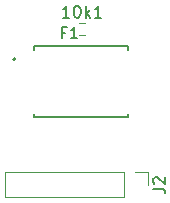
<source format=gbr>
%TF.GenerationSoftware,KiCad,Pcbnew,7.0.8*%
%TF.CreationDate,2024-10-17T19:18:06-04:00*%
%TF.ProjectId,SPIBreakout,53504942-7265-4616-9b6f-75742e6b6963,rev?*%
%TF.SameCoordinates,Original*%
%TF.FileFunction,Legend,Top*%
%TF.FilePolarity,Positive*%
%FSLAX46Y46*%
G04 Gerber Fmt 4.6, Leading zero omitted, Abs format (unit mm)*
G04 Created by KiCad (PCBNEW 7.0.8) date 2024-10-17 19:18:06*
%MOMM*%
%LPD*%
G01*
G04 APERTURE LIST*
%ADD10C,0.150000*%
%ADD11C,0.120000*%
%ADD12C,0.127000*%
%ADD13C,0.200000*%
G04 APERTURE END LIST*
D10*
X149764819Y-93533333D02*
X150479104Y-93533333D01*
X150479104Y-93533333D02*
X150621961Y-93580952D01*
X150621961Y-93580952D02*
X150717200Y-93676190D01*
X150717200Y-93676190D02*
X150764819Y-93819047D01*
X150764819Y-93819047D02*
X150764819Y-93914285D01*
X149860057Y-93104761D02*
X149812438Y-93057142D01*
X149812438Y-93057142D02*
X149764819Y-92961904D01*
X149764819Y-92961904D02*
X149764819Y-92723809D01*
X149764819Y-92723809D02*
X149812438Y-92628571D01*
X149812438Y-92628571D02*
X149860057Y-92580952D01*
X149860057Y-92580952D02*
X149955295Y-92533333D01*
X149955295Y-92533333D02*
X150050533Y-92533333D01*
X150050533Y-92533333D02*
X150193390Y-92580952D01*
X150193390Y-92580952D02*
X150764819Y-93152380D01*
X150764819Y-93152380D02*
X150764819Y-92533333D01*
X142325039Y-80299383D02*
X142010078Y-80299383D01*
X142010078Y-80794321D02*
X142010078Y-79849439D01*
X142010078Y-79849439D02*
X142460022Y-79849439D01*
X143314916Y-80794321D02*
X142774983Y-80794321D01*
X143044949Y-80794321D02*
X143044949Y-79849439D01*
X143044949Y-79849439D02*
X142954961Y-79984422D01*
X142954961Y-79984422D02*
X142864972Y-80074411D01*
X142864972Y-80074411D02*
X142774983Y-80119405D01*
X142653571Y-79034819D02*
X142082143Y-79034819D01*
X142367857Y-79034819D02*
X142367857Y-78034819D01*
X142367857Y-78034819D02*
X142272619Y-78177676D01*
X142272619Y-78177676D02*
X142177381Y-78272914D01*
X142177381Y-78272914D02*
X142082143Y-78320533D01*
X143272619Y-78034819D02*
X143367857Y-78034819D01*
X143367857Y-78034819D02*
X143463095Y-78082438D01*
X143463095Y-78082438D02*
X143510714Y-78130057D01*
X143510714Y-78130057D02*
X143558333Y-78225295D01*
X143558333Y-78225295D02*
X143605952Y-78415771D01*
X143605952Y-78415771D02*
X143605952Y-78653866D01*
X143605952Y-78653866D02*
X143558333Y-78844342D01*
X143558333Y-78844342D02*
X143510714Y-78939580D01*
X143510714Y-78939580D02*
X143463095Y-78987200D01*
X143463095Y-78987200D02*
X143367857Y-79034819D01*
X143367857Y-79034819D02*
X143272619Y-79034819D01*
X143272619Y-79034819D02*
X143177381Y-78987200D01*
X143177381Y-78987200D02*
X143129762Y-78939580D01*
X143129762Y-78939580D02*
X143082143Y-78844342D01*
X143082143Y-78844342D02*
X143034524Y-78653866D01*
X143034524Y-78653866D02*
X143034524Y-78415771D01*
X143034524Y-78415771D02*
X143082143Y-78225295D01*
X143082143Y-78225295D02*
X143129762Y-78130057D01*
X143129762Y-78130057D02*
X143177381Y-78082438D01*
X143177381Y-78082438D02*
X143272619Y-78034819D01*
X144034524Y-79034819D02*
X144034524Y-78034819D01*
X144129762Y-78653866D02*
X144415476Y-79034819D01*
X144415476Y-78368152D02*
X144034524Y-78749104D01*
X145367857Y-79034819D02*
X144796429Y-79034819D01*
X145082143Y-79034819D02*
X145082143Y-78034819D01*
X145082143Y-78034819D02*
X144986905Y-78177676D01*
X144986905Y-78177676D02*
X144891667Y-78272914D01*
X144891667Y-78272914D02*
X144796429Y-78320533D01*
D11*
%TO.C,J2*%
X147250000Y-92140000D02*
X147250000Y-94260000D01*
X137190000Y-92140000D02*
X137190000Y-94260000D01*
X149310000Y-92140000D02*
X149310000Y-93200000D01*
X147250000Y-94260000D02*
X137190000Y-94260000D01*
X148250000Y-92140000D02*
X149310000Y-92140000D01*
X147250000Y-92140000D02*
X137190000Y-92140000D01*
D12*
%TO.C,F1*%
X147640000Y-81465000D02*
X147640000Y-81765000D01*
X147640000Y-87465000D02*
X147640000Y-87165000D01*
X139640000Y-81765000D02*
X139640000Y-81465000D01*
X139640000Y-87465000D02*
X139640000Y-87165000D01*
X139640000Y-81465000D02*
X147640000Y-81465000D01*
X147640000Y-87465000D02*
X139640000Y-87465000D01*
D13*
X138100000Y-82560000D02*
G75*
G03*
X138100000Y-82560000I-100000J0D01*
G01*
D11*
%TO.C,10k1*%
X143487742Y-80532500D02*
X143962258Y-80532500D01*
X143487742Y-79487500D02*
X143962258Y-79487500D01*
%TD*%
M02*

</source>
